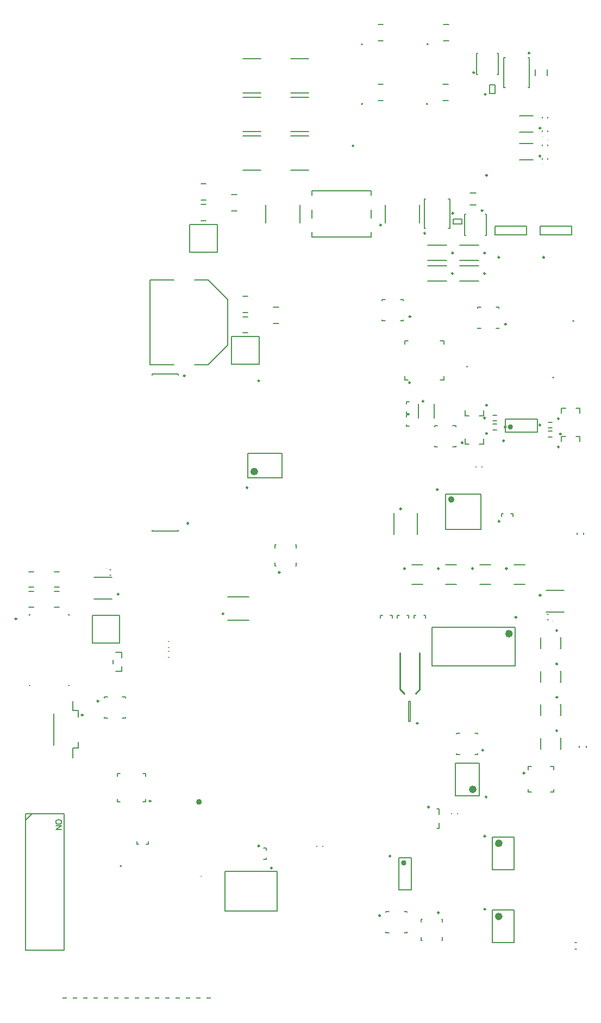
<source format=gto>
G04*
G04 #@! TF.GenerationSoftware,Altium Limited,Altium Designer,24.9.1 (31)*
G04*
G04 Layer_Color=65535*
%FSLAX44Y44*%
%MOMM*%
G71*
G04*
G04 #@! TF.SameCoordinates,CDEC626A-A255-468D-B0CC-3EE591A55D7D*
G04*
G04*
G04 #@! TF.FilePolarity,Positive*
G04*
G01*
G75*
%ADD10C,0.2500*%
%ADD11C,0.5000*%
%ADD12C,0.4000*%
%ADD13C,0.6000*%
%ADD14C,0.2000*%
%ADD15C,0.2540*%
%ADD16C,0.1000*%
%ADD17C,0.1270*%
%ADD18R,0.8000X0.1500*%
D10*
X363250Y392268D02*
G03*
X363250Y392268I-1250J0D01*
G01*
X433250D02*
G03*
X433250Y392268I-1250J0D01*
G01*
X216250Y-92500D02*
G03*
X216250Y-92500I-1250J0D01*
G01*
X269250D02*
G03*
X269250Y-92500I-1250J0D01*
G01*
X322250D02*
G03*
X322250Y-92500I-1250J0D01*
G01*
X375250D02*
G03*
X375250Y-92500I-1250J0D01*
G01*
X453750Y-345000D02*
G03*
X453750Y-345000I-1250J0D01*
G01*
Y-293000D02*
G03*
X453750Y-293000I-1250J0D01*
G01*
Y-241000D02*
G03*
X453750Y-241000I-1250J0D01*
G01*
X363750Y-19000D02*
G03*
X363750Y-19000I-1250J0D01*
G01*
X267495Y30600D02*
G03*
X267495Y30600I-1250J0D01*
G01*
X210250Y500D02*
G03*
X210250Y500I-1250J0D01*
G01*
X459250Y117000D02*
G03*
X459250Y117000I-1250J0D01*
G01*
X427250Y131000D02*
G03*
X427250Y131000I-1250J0D01*
G01*
X306275Y103473D02*
G03*
X306275Y103473I-1250J0D01*
G01*
X177689Y-633000D02*
G03*
X177689Y-633000I-1250J0D01*
G01*
X344250Y118000D02*
G03*
X344250Y118000I-1250J0D01*
G01*
X456250Y141000D02*
G03*
X456250Y141000I-1250J0D01*
G01*
X370700Y106500D02*
G03*
X370700Y106500I-1250J0D01*
G01*
X373250Y128000D02*
G03*
X373250Y128000I-1250J0D01*
G01*
X341250Y142000D02*
G03*
X341250Y142000I-1250J0D01*
G01*
X344250Y162000D02*
G03*
X344250Y162000I-1250J0D01*
G01*
X456250Y97000D02*
G03*
X456250Y97000I-1250J0D01*
G01*
X-180000Y-454750D02*
G03*
X-180000Y-454750I-1250J0D01*
G01*
X-28764Y33529D02*
G03*
X-28764Y33529I-1250J0D01*
G01*
X179000Y442500D02*
G03*
X179000Y442500I-1250J0D01*
G01*
X389900Y-168500D02*
G03*
X389900Y-168500I-1250J0D01*
G01*
X-10750Y-524500D02*
G03*
X-10750Y-524500I-1250J0D01*
G01*
X453750Y-189000D02*
G03*
X453750Y-189000I-1250J0D01*
G01*
X-121250Y-22000D02*
G03*
X-121250Y-22000I-1250J0D01*
G01*
X-126750Y207700D02*
G03*
X-126750Y207700I-1250J0D01*
G01*
X402459Y-411000D02*
G03*
X402459Y-411000I-1250J0D01*
G01*
X224250Y197000D02*
G03*
X224250Y197000I-1250J0D01*
G01*
X245250Y168000D02*
G03*
X245250Y168000I-1250J0D01*
G01*
X312750Y222000D02*
G03*
X312750Y222000I-500J0D01*
G01*
X410465Y710395D02*
G03*
X410465Y710395I-1250J0D01*
G01*
X341500Y-623250D02*
G03*
X341500Y-623250I-1250J0D01*
G01*
X-285750Y-320750D02*
G03*
X-285750Y-320750I-1250J0D01*
G01*
X-66250Y-163000D02*
G03*
X-66250Y-163000I-1250J0D01*
G01*
X338250Y-375500D02*
G03*
X338250Y-375500I-1250J0D01*
G01*
X21250Y-98561D02*
G03*
X21250Y-98561I-1250J0D01*
G01*
X-261311Y-299000D02*
G03*
X-261311Y-299000I-1250J0D01*
G01*
X269250Y-628439D02*
G03*
X269250Y-628439I-1250J0D01*
G01*
X373811Y288000D02*
G03*
X373811Y288000I-1250J0D01*
G01*
X224811Y300000D02*
G03*
X224811Y300000I-1250J0D01*
G01*
X-229735Y-132465D02*
G03*
X-229735Y-132465I-1250J0D01*
G01*
X427727Y-134000D02*
G03*
X427727Y-134000I-1250J0D01*
G01*
X193750Y-540450D02*
G03*
X193750Y-540450I-1250J0D01*
G01*
X-389000Y-170750D02*
G03*
X-389000Y-170750I-1250J0D01*
G01*
X253750Y-464000D02*
G03*
X253750Y-464000I-1250J0D01*
G01*
X9250Y-559000D02*
G03*
X9250Y-559000I-1250J0D01*
G01*
X427521Y593500D02*
G03*
X427521Y593500I-1250J0D01*
G01*
Y550100D02*
G03*
X427521Y550100I-1250J0D01*
G01*
X341500Y-509250D02*
G03*
X341500Y-509250I-1250J0D01*
G01*
X344250Y519950D02*
G03*
X344250Y519950I-1250J0D01*
G01*
X324250Y680000D02*
G03*
X324250Y680000I-1250J0D01*
G01*
X337250Y465000D02*
G03*
X337250Y465000I-1250J0D01*
G01*
X291250Y367000D02*
G03*
X291250Y367000I-1250J0D01*
G01*
X291254Y399073D02*
G03*
X291254Y399073I-1250J0D01*
G01*
X341250Y367000D02*
G03*
X341250Y367000I-1250J0D01*
G01*
Y399000D02*
G03*
X341250Y399000I-1250J0D01*
G01*
X342250Y646000D02*
G03*
X342250Y646000I-1250J0D01*
G01*
X248035Y429605D02*
G03*
X248035Y429605I-1250J0D01*
G01*
X291621Y460845D02*
G03*
X291621Y460845I-1250J0D01*
G01*
X343750Y-448250D02*
G03*
X343750Y-448250I-1250J0D01*
G01*
X236250Y-333500D02*
G03*
X236250Y-333500I-1250J0D01*
G01*
D11*
X290500Y15000D02*
G03*
X290500Y15000I-2500J0D01*
G01*
X-103000Y-456000D02*
G03*
X-103000Y-456000I-2000J0D01*
G01*
D12*
X382000Y128000D02*
G03*
X382000Y128000I-2000J0D01*
G01*
X216000Y-551000D02*
G03*
X216000Y-551000I-2000J0D01*
G01*
D13*
X-15964Y58529D02*
G03*
X-15964Y58529I-3000J0D01*
G01*
X381000Y-194000D02*
G03*
X381000Y-194000I-3000J0D01*
G01*
X365000Y-634500D02*
G03*
X365000Y-634500I-3000J0D01*
G01*
X365000Y-520500D02*
G03*
X365000Y-520500I-3000J0D01*
G01*
X324500Y-436500D02*
G03*
X324500Y-436500I-3000J0D01*
G01*
D14*
X479000Y293000D02*
G03*
X479000Y293000I-1000J0D01*
G01*
X448000Y205000D02*
G03*
X448000Y205000I-1000J0D01*
G01*
X-226000Y-556000D02*
G03*
X-226000Y-556000I-1000J0D01*
G01*
X150000Y724000D02*
G03*
X150000Y724000I-1000J0D01*
G01*
X252000D02*
G03*
X252000Y724000I-1000J0D01*
G01*
X150000Y631000D02*
G03*
X150000Y631000I-1000J0D01*
G01*
X251250D02*
G03*
X251250Y631000I-1000J0D01*
G01*
X-101500Y-572000D02*
G03*
X-101500Y-572000I-500J0D01*
G01*
X356525Y427460D02*
X405575D01*
Y441040D01*
X356525D02*
X405575D01*
X356525Y427460D02*
Y441040D01*
X426525Y427460D02*
X475575D01*
Y441040D01*
X426525D02*
X475575D01*
X426525Y427460D02*
Y441040D01*
X226500Y-86500D02*
X243500D01*
Y-117500D02*
Y-117250D01*
Y-86750D02*
Y-86500D01*
X226500Y-117500D02*
X243500D01*
X226500D02*
Y-117250D01*
Y-86750D02*
Y-86500D01*
X279500Y-86750D02*
Y-86500D01*
Y-117500D02*
Y-117250D01*
Y-117500D02*
X296500D01*
Y-86750D02*
Y-86500D01*
Y-117500D02*
Y-117250D01*
X279500Y-86500D02*
X296500D01*
X332500Y-86750D02*
Y-86500D01*
Y-117500D02*
Y-117250D01*
Y-117500D02*
X349500D01*
Y-86750D02*
Y-86500D01*
Y-117500D02*
Y-117250D01*
X332500Y-86500D02*
X349500D01*
X385500Y-86750D02*
Y-86500D01*
Y-117500D02*
Y-117250D01*
Y-117500D02*
X402500D01*
Y-86750D02*
Y-86500D01*
Y-117500D02*
Y-117250D01*
X385500Y-86500D02*
X402500D01*
X458500Y-373500D02*
Y-356500D01*
X427500Y-373500D02*
X427750D01*
X458250D02*
X458500D01*
X427500D02*
Y-356500D01*
X427750D01*
X458250D02*
X458500D01*
Y-321500D02*
Y-304500D01*
X427500Y-321500D02*
X427750D01*
X458250D02*
X458500D01*
X427500D02*
Y-304500D01*
X427750D01*
X458250D02*
X458500D01*
Y-269500D02*
Y-252500D01*
X427500Y-269500D02*
X427750D01*
X458250D02*
X458500D01*
X427500D02*
Y-252500D01*
X427750D01*
X458250D02*
X458500D01*
X366000Y-11500D02*
Y-7500D01*
X369000D01*
X384000Y-11500D02*
Y-7500D01*
X381000D02*
X384000D01*
X279500Y23500D02*
X334500D01*
Y-31500D02*
Y23500D01*
X279500Y-31500D02*
X334500D01*
X279500D02*
Y23500D01*
X335750Y65750D02*
Y66250D01*
X326250Y65750D02*
Y66250D01*
X235000Y-39500D02*
Y-6500D01*
X199000Y-39500D02*
Y-6500D01*
X439250Y121500D02*
X444750D01*
X439250Y112500D02*
X444750D01*
X439250Y126500D02*
X444750D01*
X439250Y135500D02*
X444750D01*
X294964Y96973D02*
Y98312D01*
Y128633D02*
Y129973D01*
X261964D02*
X266814D01*
X290114D02*
X294964D01*
X261964Y96973D02*
Y98312D01*
Y128633D02*
Y129973D01*
Y96973D02*
X266814D01*
X290114D02*
X294964D01*
X186500Y-627839D02*
Y-626500D01*
Y-659500D02*
Y-658161D01*
X214650Y-659500D02*
X219500D01*
X186500D02*
X191350D01*
X219500Y-627839D02*
Y-626500D01*
Y-659500D02*
Y-658161D01*
X214650Y-626500D02*
X219500D01*
X186500D02*
X191350D01*
X11000Y289500D02*
X19000D01*
X11000Y314500D02*
X19000D01*
X-37000Y306500D02*
X-29000D01*
X-37000Y331500D02*
X-29000D01*
X-37000Y274500D02*
X-29000D01*
X-37000Y299500D02*
X-29000D01*
X-54500Y225500D02*
X-11500D01*
Y268500D01*
X-54500D02*
X-11500D01*
X-54500Y225500D02*
Y268500D01*
X338600Y101500D02*
Y109650D01*
X332000Y101500D02*
X338600D01*
X309400D02*
Y109650D01*
Y101500D02*
X316000D01*
X459400Y149350D02*
Y157500D01*
X466000D01*
X488600Y149350D02*
Y157500D01*
X482000D02*
X488600D01*
X372000Y120000D02*
X422000D01*
X372000Y140000D02*
X422000D01*
X372000Y120000D02*
Y140000D01*
X422000Y120000D02*
Y140000D01*
X353250Y132500D02*
X358750D01*
X353250Y123500D02*
X358750D01*
X353250Y137500D02*
X358750D01*
X353250Y146500D02*
X358750D01*
X338600Y145500D02*
Y153650D01*
X332000Y145500D02*
X338600D01*
X309400D02*
Y153650D01*
Y145500D02*
X316000D01*
X459400Y105350D02*
Y113500D01*
X466000D01*
X488600Y105350D02*
Y113500D01*
X482000D02*
X488600D01*
X-232250Y-456250D02*
X-227750D01*
X-232250D02*
Y-451750D01*
Y-411750D02*
X-227750D01*
X-232250Y-416250D02*
Y-411750D01*
X-192250D02*
X-187750D01*
Y-416250D02*
Y-411750D01*
X-192250Y-456250D02*
X-187750D01*
Y-451750D01*
X-28964Y48529D02*
X24036D01*
X-28964Y86529D02*
X24036D01*
X-28964Y48529D02*
Y86529D01*
X24036Y48529D02*
Y86529D01*
X71000Y424000D02*
X163000D01*
X71000Y488750D02*
Y496000D01*
Y453750D02*
Y466250D01*
Y424000D02*
Y431250D01*
Y496000D02*
X163000D01*
Y488750D02*
Y496000D01*
Y453750D02*
Y466250D01*
Y424000D02*
Y431250D01*
X258000Y-184000D02*
X388000D01*
X258000Y-244000D02*
X388000D01*
Y-184000D01*
X258000Y-244000D02*
Y-184000D01*
X-234750Y-253000D02*
X-225000D01*
Y-231250D02*
Y-223000D01*
Y-253000D02*
Y-244750D01*
X-234750Y-223000D02*
X-225000D01*
X-239000Y-240750D02*
Y-235250D01*
X245000Y-165500D02*
X248000D01*
Y-169500D02*
Y-165500D01*
X230000D02*
X233000D01*
X230000Y-169500D02*
Y-165500D01*
X219000D02*
X222000D01*
Y-169500D02*
Y-165500D01*
X204000D02*
X207000D01*
X204000Y-169500D02*
Y-165500D01*
X193000D02*
X196000D01*
Y-169500D02*
Y-165500D01*
X178000D02*
X181000D01*
X178000Y-169500D02*
Y-165500D01*
X-202000Y-521500D02*
X-199000D01*
X-202000D02*
Y-517500D01*
X-187000Y-521500D02*
X-184000D01*
Y-517500D01*
X-500Y-546000D02*
Y-543000D01*
X-4500Y-546000D02*
X-500D01*
Y-531000D02*
Y-528000D01*
X-4500D02*
X-500D01*
X218500Y144000D02*
Y147000D01*
X222500D01*
X218500Y129000D02*
Y132000D01*
Y129000D02*
X222500D01*
X218500Y164000D02*
Y167000D01*
X222500D01*
X218500Y149000D02*
Y152000D01*
Y149000D02*
X222500D01*
X458500Y-217500D02*
Y-200500D01*
X427500Y-217500D02*
X427750D01*
X458250D02*
X458500D01*
X427500D02*
Y-200500D01*
X427750D01*
X458250D02*
X458500D01*
X-178320Y-34500D02*
X-137680D01*
Y208700D02*
Y210500D01*
Y-34500D02*
Y-32700D01*
X-178320Y210500D02*
X-137680D01*
X-178320Y208700D02*
Y210500D01*
Y-34500D02*
Y-32700D01*
X-90570Y357050D02*
X-60700Y326700D01*
X-90570Y224950D02*
X-60700Y255300D01*
X-112250Y224950D02*
X-90570D01*
X-60700Y255300D02*
Y326700D01*
X-181400Y224950D02*
Y357050D01*
Y224950D02*
X-143750D01*
X-112250Y357050D02*
X-90570D01*
X-181400D02*
X-143750D01*
X443000Y-441000D02*
X448000D01*
Y-436000D01*
X443000Y-401000D02*
X448000D01*
Y-406000D02*
Y-401000D01*
X408000Y-441000D02*
X413000D01*
X408000D02*
Y-436000D01*
Y-401000D02*
X413000D01*
X408000Y-406000D02*
Y-401000D01*
X-228500Y-208500D02*
Y-165500D01*
X-271500Y-208500D02*
X-228500D01*
X-271500D02*
Y-165500D01*
X-228500D01*
X38030Y581670D02*
X65970D01*
X38030Y528330D02*
X65970D01*
X215500Y201500D02*
Y207000D01*
Y257000D02*
Y262500D01*
X271000D02*
X276500D01*
X215500D02*
X221000D01*
X276500Y201500D02*
Y207000D01*
Y257000D02*
Y262500D01*
X271000Y201500D02*
X276500D01*
X215500D02*
X221000D01*
X261250Y142250D02*
Y163750D01*
X236750Y142250D02*
Y163750D01*
X410000Y657000D02*
Y703000D01*
X370000Y657000D02*
Y703000D01*
X407715D02*
X410000D01*
X407715Y657000D02*
X410000D01*
X370000Y703000D02*
X372285D01*
X370000Y657000D02*
X372285D01*
X352000Y-675500D02*
X386000D01*
X352000Y-624500D02*
X386000D01*
Y-675500D02*
Y-624500D01*
X352000Y-675500D02*
Y-624500D01*
X-331250Y-367500D02*
Y-318500D01*
X-301750Y-314000D02*
Y-299000D01*
Y-314000D02*
X-292750D01*
Y-323500D02*
Y-314000D01*
Y-372000D02*
Y-362500D01*
X-301750Y-387000D02*
Y-372000D01*
X-292750D01*
X-36970Y528330D02*
X-9030D01*
X-36970Y581670D02*
X-9030D01*
X38030Y641670D02*
X65970D01*
X38030Y588330D02*
X65970D01*
X-36970D02*
X-9030D01*
X-36970Y641670D02*
X-9030D01*
X38030Y701670D02*
X65970D01*
X38030Y648330D02*
X65970D01*
X-36970D02*
X-9030D01*
X-36970Y701670D02*
X-9030D01*
X-60500Y-173000D02*
X-27500D01*
X-60500Y-137000D02*
X-27500D01*
X329500Y-382000D02*
Y-380661D01*
Y-350339D02*
Y-349000D01*
X296500D02*
X301350D01*
X324650D02*
X329500D01*
X296500Y-382000D02*
Y-380661D01*
Y-350339D02*
Y-349000D01*
Y-382000D02*
X301350D01*
X324650D02*
X329500D01*
X13500Y-88500D02*
X14839D01*
X45161D02*
X46500D01*
Y-60350D02*
Y-55500D01*
Y-88500D02*
Y-83650D01*
X13500Y-55500D02*
X14839D01*
X45161D02*
X46500D01*
X13500Y-60350D02*
Y-55500D01*
Y-88500D02*
Y-83650D01*
X-252500Y-293839D02*
Y-292500D01*
Y-325500D02*
Y-324161D01*
X-224350Y-325500D02*
X-219500D01*
X-252500D02*
X-247650D01*
X-219500Y-293839D02*
Y-292500D01*
Y-325500D02*
Y-324161D01*
X-224350Y-292500D02*
X-219500D01*
X-252500D02*
X-247650D01*
X273161Y-638500D02*
X274500D01*
X241500D02*
X242839D01*
X241500Y-671500D02*
Y-666650D01*
Y-643350D02*
Y-638500D01*
X273161Y-671500D02*
X274500D01*
X241500D02*
X242839D01*
X274500D02*
Y-666650D01*
Y-643350D02*
Y-638500D01*
X362500Y281500D02*
Y282839D01*
Y313161D02*
Y314500D01*
X329500D02*
X334350D01*
X357650D02*
X362500D01*
X329500Y281500D02*
Y282839D01*
Y313161D02*
Y314500D01*
Y281500D02*
X334350D01*
X357650D02*
X362500D01*
X213500Y293500D02*
Y294839D01*
Y325161D02*
Y326500D01*
X180500D02*
X185350D01*
X208650D02*
X213500D01*
X180500Y293500D02*
Y294839D01*
Y325161D02*
Y326500D01*
Y293500D02*
X185350D01*
X208650D02*
X213500D01*
X-268516Y-139965D02*
X-240516D01*
X-268516Y-105965D02*
X-240516D01*
X436008Y-126500D02*
X464008D01*
X436008Y-160500D02*
X464008D01*
X206000Y-593000D02*
Y-543000D01*
X226000Y-593000D02*
Y-543000D01*
X206000D02*
X226000D01*
X206000Y-593000D02*
X226000D01*
X-369500Y-165500D02*
Y-164000D01*
Y-275000D02*
Y-273500D01*
X-308750Y-275000D02*
X-307500D01*
X-369500D02*
X-368250D01*
X-307500Y-165500D02*
Y-164000D01*
Y-275000D02*
Y-273500D01*
X-308750Y-164000D02*
X-307500D01*
X-369500D02*
X-368250D01*
X269000Y-497000D02*
Y-489000D01*
X266000Y-497000D02*
X269000D01*
Y-475000D02*
Y-467000D01*
X266000D02*
X269000D01*
X-64750Y-564250D02*
X16750D01*
X-64750Y-625750D02*
Y-564250D01*
Y-625750D02*
X16750D01*
Y-564250D01*
X394500Y587500D02*
X415500D01*
X394500Y612500D02*
X415500D01*
X394500Y544100D02*
X415500D01*
X394500Y569100D02*
X415500D01*
X352000Y-561500D02*
Y-510500D01*
X386000Y-561500D02*
Y-510500D01*
X352000D02*
X386000D01*
X352000Y-561500D02*
X386000D01*
X-375000Y-484700D02*
X-365000Y-474700D01*
X-315000Y-687300D02*
Y-474700D01*
X-375000Y-687300D02*
X-315000D01*
X-375000D02*
Y-474700D01*
X-315000D01*
X327663Y676813D02*
Y710312D01*
X360013Y676813D02*
X361162D01*
X327663D02*
X328812D01*
X361162D02*
Y710312D01*
X360013D02*
X361162D01*
X327663D02*
X328812D01*
X342500Y426250D02*
Y459750D01*
X309000D02*
X310150D01*
X341350D02*
X342500D01*
X309000Y426250D02*
Y459750D01*
Y426250D02*
X310150D01*
X341350D02*
X342500D01*
X-119500Y400500D02*
X-76500D01*
Y443500D01*
X-119500D02*
X-76500D01*
X-119500Y400500D02*
Y443500D01*
X-152250Y-230750D02*
X-151750D01*
X-152250Y-221250D02*
X-151750D01*
X-152250Y-215750D02*
X-151750D01*
X-152250Y-206250D02*
X-151750D01*
X288250Y-474250D02*
Y-473750D01*
X297750Y-474250D02*
Y-473750D01*
X87750Y-525250D02*
Y-524750D01*
X78250Y-525250D02*
Y-524750D01*
X418809Y675108D02*
Y684892D01*
X437191Y675108D02*
Y684892D01*
X317108Y473809D02*
X326892D01*
X317108Y492191D02*
X326892D01*
X498250Y-371250D02*
Y-368750D01*
X487750Y-371250D02*
Y-368750D01*
X494250Y-39250D02*
Y-36750D01*
X483750Y-39250D02*
Y-36750D01*
X480750Y-685250D02*
X483250D01*
X480750Y-674750D02*
X483250D01*
X251000Y355250D02*
X281000D01*
X251000Y378750D02*
X281000D01*
X251000Y387250D02*
X281000D01*
X251000Y410750D02*
X281000D01*
X301000Y355250D02*
X331000D01*
X301000Y378750D02*
X331000D01*
X301000Y387250D02*
X331000D01*
X301000Y410750D02*
X331000D01*
X-243740Y-102500D02*
X-242260D01*
X-243740Y-94502D02*
X-242260D01*
X437752Y-163965D02*
X439232D01*
X437752Y-171963D02*
X439232D01*
X356000Y647250D02*
Y660750D01*
X348000Y647250D02*
Y660750D01*
Y647250D02*
X356000D01*
X348000Y660750D02*
X356000D01*
X283715Y483000D02*
X286000D01*
X283715Y437000D02*
X286000D01*
X246000Y483000D02*
X248285D01*
X246000Y437000D02*
X248285D01*
X286000D02*
Y483000D01*
X246000Y437000D02*
Y483000D01*
X291250Y444000D02*
X304750D01*
X291250Y452000D02*
X304750D01*
X291250Y444000D02*
Y452000D01*
X304750Y444000D02*
Y452000D01*
X438000Y588260D02*
Y589740D01*
X430002Y588260D02*
Y589740D01*
X438000Y544860D02*
Y546340D01*
X430002Y544860D02*
Y546340D01*
X-670Y446030D02*
Y473970D01*
X52670Y446030D02*
Y473970D01*
X185330Y446030D02*
Y473970D01*
X238670Y446030D02*
Y473970D01*
X-370500Y-152500D02*
X-362500D01*
X-370500Y-128500D02*
X-362500D01*
X-370500Y-121500D02*
X-362500D01*
X-370500Y-97500D02*
X-362500D01*
X-330500D02*
X-322500D01*
X-330500Y-121500D02*
X-322500D01*
X-330500Y-128500D02*
X-322500D01*
X-330500Y-152500D02*
X-322500D01*
X174000Y729500D02*
X182000D01*
X174000Y754500D02*
X182000D01*
X276000Y729500D02*
X284000D01*
X276000Y754500D02*
X284000D01*
X174000Y636500D02*
X182000D01*
X174000Y661500D02*
X182000D01*
X275250Y636500D02*
X283250D01*
X275250Y661500D02*
X283250D01*
X-102000Y481500D02*
X-94000D01*
X-102000Y506500D02*
X-94000D01*
X-102000Y449500D02*
X-94000D01*
X-102000Y474500D02*
X-94000D01*
X-54000Y464500D02*
X-46000D01*
X-54000Y489500D02*
X-46000D01*
X294500Y-395500D02*
X331500D01*
X294500Y-446500D02*
X331500D01*
X294500D02*
Y-395500D01*
X331500Y-446500D02*
Y-395500D01*
X221500Y-330500D02*
X224500D01*
X221500Y-299500D02*
X224500D01*
Y-330500D02*
Y-299500D01*
X221500Y-330500D02*
Y-299500D01*
X430000Y609260D02*
Y610740D01*
X437998Y609260D02*
Y610740D01*
X430000Y565860D02*
Y567340D01*
X437998Y565860D02*
Y567340D01*
D15*
X136000Y566000D02*
G03*
X136000Y566000I-1000J0D01*
G01*
X-11000Y200000D02*
G03*
X-11000Y200000I-1000J0D01*
G01*
X232540Y-287100D02*
X238890Y-280750D01*
Y-223600D01*
X208410Y-280750D02*
X214760Y-287100D01*
X208410Y-280750D02*
Y-223600D01*
D16*
X-249500Y-92500D02*
G03*
X-249500Y-92500I-500J0D01*
G01*
X445992Y-173965D02*
G03*
X445992Y-173965I-500J0D01*
G01*
X430500Y580000D02*
G03*
X430500Y580000I-500J0D01*
G01*
Y537000D02*
G03*
X430500Y537000I-500J0D01*
G01*
X438500Y618000D02*
G03*
X438500Y618000I-500J0D01*
G01*
Y575000D02*
G03*
X438500Y575000I-500J0D01*
G01*
D17*
X-319112Y-486640D02*
X-319535Y-485793D01*
X-320382Y-484947D01*
X-321228Y-484523D01*
X-322498Y-484100D01*
X-324614D01*
X-325884Y-484523D01*
X-326730Y-484947D01*
X-327577Y-485793D01*
X-328000Y-486640D01*
Y-488332D01*
X-327577Y-489179D01*
X-326730Y-490025D01*
X-325884Y-490449D01*
X-324614Y-490872D01*
X-322498D01*
X-321228Y-490449D01*
X-320382Y-490025D01*
X-319535Y-489179D01*
X-319112Y-488332D01*
Y-486640D01*
Y-492946D02*
X-328000D01*
X-319112D02*
X-328000Y-498871D01*
X-319112D02*
X-328000D01*
D18*
X-137999Y-761749D02*
D03*
X-153999Y-761749D02*
D03*
X-169999D02*
D03*
X-265999Y-761749D02*
D03*
X-201999Y-761749D02*
D03*
X-281999Y-761749D02*
D03*
X-217999Y-761749D02*
D03*
X-297999Y-761749D02*
D03*
X-313999Y-761749D02*
D03*
X-233999Y-761749D02*
D03*
X-90000Y-761750D02*
D03*
X-106000Y-761750D02*
D03*
X-185999Y-761749D02*
D03*
X-249999Y-761749D02*
D03*
X-121999Y-761749D02*
D03*
M02*

</source>
